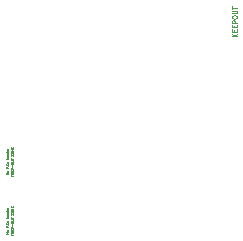
<source format=gbr>
%TF.GenerationSoftware,KiCad,Pcbnew,7.0.6-7.0.6~ubuntu23.04.1*%
%TF.CreationDate,2023-08-05T22:56:31-04:00*%
%TF.ProjectId,Koneko40Ortho,4b6f6e65-6b6f-4343-904f-7274686f2e6b,rev?*%
%TF.SameCoordinates,Original*%
%TF.FileFunction,Other,Comment*%
%FSLAX46Y46*%
G04 Gerber Fmt 4.6, Leading zero omitted, Abs format (unit mm)*
G04 Created by KiCad (PCBNEW 7.0.6-7.0.6~ubuntu23.04.1) date 2023-08-05 22:56:31*
%MOMM*%
%LPD*%
G01*
G04 APERTURE LIST*
%ADD10C,0.030000*%
%ADD11C,0.070000*%
G04 APERTURE END LIST*
D10*
X151973463Y-83416327D02*
X151773463Y-83416327D01*
X151773463Y-83416327D02*
X151973463Y-83302042D01*
X151973463Y-83302042D02*
X151773463Y-83302042D01*
X151973463Y-83178232D02*
X151963940Y-83197280D01*
X151963940Y-83197280D02*
X151954416Y-83206803D01*
X151954416Y-83206803D02*
X151935368Y-83216327D01*
X151935368Y-83216327D02*
X151878225Y-83216327D01*
X151878225Y-83216327D02*
X151859178Y-83206803D01*
X151859178Y-83206803D02*
X151849654Y-83197280D01*
X151849654Y-83197280D02*
X151840130Y-83178232D01*
X151840130Y-83178232D02*
X151840130Y-83149661D01*
X151840130Y-83149661D02*
X151849654Y-83130613D01*
X151849654Y-83130613D02*
X151859178Y-83121089D01*
X151859178Y-83121089D02*
X151878225Y-83111565D01*
X151878225Y-83111565D02*
X151935368Y-83111565D01*
X151935368Y-83111565D02*
X151954416Y-83121089D01*
X151954416Y-83121089D02*
X151963940Y-83130613D01*
X151963940Y-83130613D02*
X151973463Y-83149661D01*
X151973463Y-83149661D02*
X151973463Y-83178232D01*
X151868701Y-82806804D02*
X151868701Y-82873470D01*
X151973463Y-82873470D02*
X151773463Y-82873470D01*
X151773463Y-82873470D02*
X151773463Y-82778232D01*
X151954416Y-82702041D02*
X151963940Y-82692518D01*
X151963940Y-82692518D02*
X151973463Y-82702041D01*
X151973463Y-82702041D02*
X151963940Y-82711565D01*
X151963940Y-82711565D02*
X151954416Y-82702041D01*
X151954416Y-82702041D02*
X151973463Y-82702041D01*
X151954416Y-82492518D02*
X151963940Y-82502042D01*
X151963940Y-82502042D02*
X151973463Y-82530613D01*
X151973463Y-82530613D02*
X151973463Y-82549661D01*
X151973463Y-82549661D02*
X151963940Y-82578232D01*
X151963940Y-82578232D02*
X151944892Y-82597280D01*
X151944892Y-82597280D02*
X151925844Y-82606803D01*
X151925844Y-82606803D02*
X151887749Y-82616327D01*
X151887749Y-82616327D02*
X151859178Y-82616327D01*
X151859178Y-82616327D02*
X151821082Y-82606803D01*
X151821082Y-82606803D02*
X151802035Y-82597280D01*
X151802035Y-82597280D02*
X151782987Y-82578232D01*
X151782987Y-82578232D02*
X151773463Y-82549661D01*
X151773463Y-82549661D02*
X151773463Y-82530613D01*
X151773463Y-82530613D02*
X151782987Y-82502042D01*
X151782987Y-82502042D02*
X151792511Y-82492518D01*
X151840130Y-82321089D02*
X151973463Y-82321089D01*
X151840130Y-82406803D02*
X151944892Y-82406803D01*
X151944892Y-82406803D02*
X151963940Y-82397280D01*
X151963940Y-82397280D02*
X151973463Y-82378232D01*
X151973463Y-82378232D02*
X151973463Y-82349661D01*
X151973463Y-82349661D02*
X151963940Y-82330613D01*
X151963940Y-82330613D02*
X151954416Y-82321089D01*
X151840130Y-82102042D02*
X151840130Y-82025851D01*
X151773463Y-82073470D02*
X151944892Y-82073470D01*
X151944892Y-82073470D02*
X151963940Y-82063947D01*
X151963940Y-82063947D02*
X151973463Y-82044899D01*
X151973463Y-82044899D02*
X151973463Y-82025851D01*
X151973463Y-81959184D02*
X151840130Y-81959184D01*
X151878225Y-81959184D02*
X151859178Y-81949661D01*
X151859178Y-81949661D02*
X151849654Y-81940137D01*
X151849654Y-81940137D02*
X151840130Y-81921089D01*
X151840130Y-81921089D02*
X151840130Y-81902042D01*
X151973463Y-81749660D02*
X151868701Y-81749660D01*
X151868701Y-81749660D02*
X151849654Y-81759184D01*
X151849654Y-81759184D02*
X151840130Y-81778232D01*
X151840130Y-81778232D02*
X151840130Y-81816327D01*
X151840130Y-81816327D02*
X151849654Y-81835374D01*
X151963940Y-81749660D02*
X151973463Y-81768708D01*
X151973463Y-81768708D02*
X151973463Y-81816327D01*
X151973463Y-81816327D02*
X151963940Y-81835374D01*
X151963940Y-81835374D02*
X151944892Y-81844898D01*
X151944892Y-81844898D02*
X151925844Y-81844898D01*
X151925844Y-81844898D02*
X151906797Y-81835374D01*
X151906797Y-81835374D02*
X151897273Y-81816327D01*
X151897273Y-81816327D02*
X151897273Y-81768708D01*
X151897273Y-81768708D02*
X151887749Y-81749660D01*
X151963940Y-81568708D02*
X151973463Y-81587756D01*
X151973463Y-81587756D02*
X151973463Y-81625851D01*
X151973463Y-81625851D02*
X151963940Y-81644899D01*
X151963940Y-81644899D02*
X151954416Y-81654422D01*
X151954416Y-81654422D02*
X151935368Y-81663946D01*
X151935368Y-81663946D02*
X151878225Y-81663946D01*
X151878225Y-81663946D02*
X151859178Y-81654422D01*
X151859178Y-81654422D02*
X151849654Y-81644899D01*
X151849654Y-81644899D02*
X151840130Y-81625851D01*
X151840130Y-81625851D02*
X151840130Y-81587756D01*
X151840130Y-81587756D02*
X151849654Y-81568708D01*
X151973463Y-81482993D02*
X151773463Y-81482993D01*
X151897273Y-81463946D02*
X151973463Y-81406803D01*
X151840130Y-81406803D02*
X151916320Y-81482993D01*
X151963940Y-81330612D02*
X151973463Y-81311565D01*
X151973463Y-81311565D02*
X151973463Y-81273469D01*
X151973463Y-81273469D02*
X151963940Y-81254422D01*
X151963940Y-81254422D02*
X151944892Y-81244898D01*
X151944892Y-81244898D02*
X151935368Y-81244898D01*
X151935368Y-81244898D02*
X151916320Y-81254422D01*
X151916320Y-81254422D02*
X151906797Y-81273469D01*
X151906797Y-81273469D02*
X151906797Y-81302041D01*
X151906797Y-81302041D02*
X151897273Y-81321088D01*
X151897273Y-81321088D02*
X151878225Y-81330612D01*
X151878225Y-81330612D02*
X151868701Y-81330612D01*
X151868701Y-81330612D02*
X151849654Y-81321088D01*
X151849654Y-81321088D02*
X151840130Y-81302041D01*
X151840130Y-81302041D02*
X151840130Y-81273469D01*
X151840130Y-81273469D02*
X151849654Y-81254422D01*
X152373463Y-83549659D02*
X152173463Y-83549659D01*
X152373463Y-83435374D02*
X152259178Y-83521088D01*
X152173463Y-83435374D02*
X152287749Y-83549659D01*
X152268701Y-83349659D02*
X152268701Y-83282993D01*
X152373463Y-83254421D02*
X152373463Y-83349659D01*
X152373463Y-83349659D02*
X152173463Y-83349659D01*
X152173463Y-83349659D02*
X152173463Y-83254421D01*
X152268701Y-83168707D02*
X152268701Y-83102041D01*
X152373463Y-83073469D02*
X152373463Y-83168707D01*
X152373463Y-83168707D02*
X152173463Y-83168707D01*
X152173463Y-83168707D02*
X152173463Y-83073469D01*
X152373463Y-82987755D02*
X152173463Y-82987755D01*
X152173463Y-82987755D02*
X152173463Y-82911565D01*
X152173463Y-82911565D02*
X152182987Y-82892517D01*
X152182987Y-82892517D02*
X152192511Y-82882994D01*
X152192511Y-82882994D02*
X152211559Y-82873470D01*
X152211559Y-82873470D02*
X152240130Y-82873470D01*
X152240130Y-82873470D02*
X152259178Y-82882994D01*
X152259178Y-82882994D02*
X152268701Y-82892517D01*
X152268701Y-82892517D02*
X152278225Y-82911565D01*
X152278225Y-82911565D02*
X152278225Y-82987755D01*
X152297273Y-82787755D02*
X152297273Y-82635375D01*
X152173463Y-82502041D02*
X152173463Y-82463946D01*
X152173463Y-82463946D02*
X152182987Y-82444898D01*
X152182987Y-82444898D02*
X152202035Y-82425851D01*
X152202035Y-82425851D02*
X152240130Y-82416327D01*
X152240130Y-82416327D02*
X152306797Y-82416327D01*
X152306797Y-82416327D02*
X152344892Y-82425851D01*
X152344892Y-82425851D02*
X152363940Y-82444898D01*
X152363940Y-82444898D02*
X152373463Y-82463946D01*
X152373463Y-82463946D02*
X152373463Y-82502041D01*
X152373463Y-82502041D02*
X152363940Y-82521089D01*
X152363940Y-82521089D02*
X152344892Y-82540136D01*
X152344892Y-82540136D02*
X152306797Y-82549660D01*
X152306797Y-82549660D02*
X152240130Y-82549660D01*
X152240130Y-82549660D02*
X152202035Y-82540136D01*
X152202035Y-82540136D02*
X152182987Y-82521089D01*
X152182987Y-82521089D02*
X152173463Y-82502041D01*
X152173463Y-82330612D02*
X152335368Y-82330612D01*
X152335368Y-82330612D02*
X152354416Y-82321089D01*
X152354416Y-82321089D02*
X152363940Y-82311565D01*
X152363940Y-82311565D02*
X152373463Y-82292517D01*
X152373463Y-82292517D02*
X152373463Y-82254422D01*
X152373463Y-82254422D02*
X152363940Y-82235374D01*
X152363940Y-82235374D02*
X152354416Y-82225851D01*
X152354416Y-82225851D02*
X152335368Y-82216327D01*
X152335368Y-82216327D02*
X152173463Y-82216327D01*
X152173463Y-82149660D02*
X152173463Y-82035374D01*
X152373463Y-82092517D02*
X152173463Y-82092517D01*
X152173463Y-81835374D02*
X152173463Y-81702041D01*
X152173463Y-81702041D02*
X152373463Y-81835374D01*
X152373463Y-81835374D02*
X152373463Y-81702041D01*
X152173463Y-81587755D02*
X152173463Y-81549660D01*
X152173463Y-81549660D02*
X152182987Y-81530612D01*
X152182987Y-81530612D02*
X152202035Y-81511565D01*
X152202035Y-81511565D02*
X152240130Y-81502041D01*
X152240130Y-81502041D02*
X152306797Y-81502041D01*
X152306797Y-81502041D02*
X152344892Y-81511565D01*
X152344892Y-81511565D02*
X152363940Y-81530612D01*
X152363940Y-81530612D02*
X152373463Y-81549660D01*
X152373463Y-81549660D02*
X152373463Y-81587755D01*
X152373463Y-81587755D02*
X152363940Y-81606803D01*
X152363940Y-81606803D02*
X152344892Y-81625850D01*
X152344892Y-81625850D02*
X152306797Y-81635374D01*
X152306797Y-81635374D02*
X152240130Y-81635374D01*
X152240130Y-81635374D02*
X152202035Y-81625850D01*
X152202035Y-81625850D02*
X152182987Y-81606803D01*
X152182987Y-81606803D02*
X152173463Y-81587755D01*
X152373463Y-81416326D02*
X152173463Y-81416326D01*
X152173463Y-81416326D02*
X152373463Y-81302041D01*
X152373463Y-81302041D02*
X152173463Y-81302041D01*
X152268701Y-81206802D02*
X152268701Y-81140136D01*
X152373463Y-81111564D02*
X152373463Y-81206802D01*
X152373463Y-81206802D02*
X152173463Y-81206802D01*
X152173463Y-81206802D02*
X152173463Y-81111564D01*
X151973463Y-78416327D02*
X151773463Y-78416327D01*
X151773463Y-78416327D02*
X151973463Y-78302042D01*
X151973463Y-78302042D02*
X151773463Y-78302042D01*
X151973463Y-78178232D02*
X151963940Y-78197280D01*
X151963940Y-78197280D02*
X151954416Y-78206803D01*
X151954416Y-78206803D02*
X151935368Y-78216327D01*
X151935368Y-78216327D02*
X151878225Y-78216327D01*
X151878225Y-78216327D02*
X151859178Y-78206803D01*
X151859178Y-78206803D02*
X151849654Y-78197280D01*
X151849654Y-78197280D02*
X151840130Y-78178232D01*
X151840130Y-78178232D02*
X151840130Y-78149661D01*
X151840130Y-78149661D02*
X151849654Y-78130613D01*
X151849654Y-78130613D02*
X151859178Y-78121089D01*
X151859178Y-78121089D02*
X151878225Y-78111565D01*
X151878225Y-78111565D02*
X151935368Y-78111565D01*
X151935368Y-78111565D02*
X151954416Y-78121089D01*
X151954416Y-78121089D02*
X151963940Y-78130613D01*
X151963940Y-78130613D02*
X151973463Y-78149661D01*
X151973463Y-78149661D02*
X151973463Y-78178232D01*
X151868701Y-77806804D02*
X151868701Y-77873470D01*
X151973463Y-77873470D02*
X151773463Y-77873470D01*
X151773463Y-77873470D02*
X151773463Y-77778232D01*
X151954416Y-77702041D02*
X151963940Y-77692518D01*
X151963940Y-77692518D02*
X151973463Y-77702041D01*
X151973463Y-77702041D02*
X151963940Y-77711565D01*
X151963940Y-77711565D02*
X151954416Y-77702041D01*
X151954416Y-77702041D02*
X151973463Y-77702041D01*
X151954416Y-77492518D02*
X151963940Y-77502042D01*
X151963940Y-77502042D02*
X151973463Y-77530613D01*
X151973463Y-77530613D02*
X151973463Y-77549661D01*
X151973463Y-77549661D02*
X151963940Y-77578232D01*
X151963940Y-77578232D02*
X151944892Y-77597280D01*
X151944892Y-77597280D02*
X151925844Y-77606803D01*
X151925844Y-77606803D02*
X151887749Y-77616327D01*
X151887749Y-77616327D02*
X151859178Y-77616327D01*
X151859178Y-77616327D02*
X151821082Y-77606803D01*
X151821082Y-77606803D02*
X151802035Y-77597280D01*
X151802035Y-77597280D02*
X151782987Y-77578232D01*
X151782987Y-77578232D02*
X151773463Y-77549661D01*
X151773463Y-77549661D02*
X151773463Y-77530613D01*
X151773463Y-77530613D02*
X151782987Y-77502042D01*
X151782987Y-77502042D02*
X151792511Y-77492518D01*
X151840130Y-77321089D02*
X151973463Y-77321089D01*
X151840130Y-77406803D02*
X151944892Y-77406803D01*
X151944892Y-77406803D02*
X151963940Y-77397280D01*
X151963940Y-77397280D02*
X151973463Y-77378232D01*
X151973463Y-77378232D02*
X151973463Y-77349661D01*
X151973463Y-77349661D02*
X151963940Y-77330613D01*
X151963940Y-77330613D02*
X151954416Y-77321089D01*
X151840130Y-77102042D02*
X151840130Y-77025851D01*
X151773463Y-77073470D02*
X151944892Y-77073470D01*
X151944892Y-77073470D02*
X151963940Y-77063947D01*
X151963940Y-77063947D02*
X151973463Y-77044899D01*
X151973463Y-77044899D02*
X151973463Y-77025851D01*
X151973463Y-76959184D02*
X151840130Y-76959184D01*
X151878225Y-76959184D02*
X151859178Y-76949661D01*
X151859178Y-76949661D02*
X151849654Y-76940137D01*
X151849654Y-76940137D02*
X151840130Y-76921089D01*
X151840130Y-76921089D02*
X151840130Y-76902042D01*
X151973463Y-76749660D02*
X151868701Y-76749660D01*
X151868701Y-76749660D02*
X151849654Y-76759184D01*
X151849654Y-76759184D02*
X151840130Y-76778232D01*
X151840130Y-76778232D02*
X151840130Y-76816327D01*
X151840130Y-76816327D02*
X151849654Y-76835374D01*
X151963940Y-76749660D02*
X151973463Y-76768708D01*
X151973463Y-76768708D02*
X151973463Y-76816327D01*
X151973463Y-76816327D02*
X151963940Y-76835374D01*
X151963940Y-76835374D02*
X151944892Y-76844898D01*
X151944892Y-76844898D02*
X151925844Y-76844898D01*
X151925844Y-76844898D02*
X151906797Y-76835374D01*
X151906797Y-76835374D02*
X151897273Y-76816327D01*
X151897273Y-76816327D02*
X151897273Y-76768708D01*
X151897273Y-76768708D02*
X151887749Y-76749660D01*
X151963940Y-76568708D02*
X151973463Y-76587756D01*
X151973463Y-76587756D02*
X151973463Y-76625851D01*
X151973463Y-76625851D02*
X151963940Y-76644899D01*
X151963940Y-76644899D02*
X151954416Y-76654422D01*
X151954416Y-76654422D02*
X151935368Y-76663946D01*
X151935368Y-76663946D02*
X151878225Y-76663946D01*
X151878225Y-76663946D02*
X151859178Y-76654422D01*
X151859178Y-76654422D02*
X151849654Y-76644899D01*
X151849654Y-76644899D02*
X151840130Y-76625851D01*
X151840130Y-76625851D02*
X151840130Y-76587756D01*
X151840130Y-76587756D02*
X151849654Y-76568708D01*
X151973463Y-76482993D02*
X151773463Y-76482993D01*
X151897273Y-76463946D02*
X151973463Y-76406803D01*
X151840130Y-76406803D02*
X151916320Y-76482993D01*
X151963940Y-76330612D02*
X151973463Y-76311565D01*
X151973463Y-76311565D02*
X151973463Y-76273469D01*
X151973463Y-76273469D02*
X151963940Y-76254422D01*
X151963940Y-76254422D02*
X151944892Y-76244898D01*
X151944892Y-76244898D02*
X151935368Y-76244898D01*
X151935368Y-76244898D02*
X151916320Y-76254422D01*
X151916320Y-76254422D02*
X151906797Y-76273469D01*
X151906797Y-76273469D02*
X151906797Y-76302041D01*
X151906797Y-76302041D02*
X151897273Y-76321088D01*
X151897273Y-76321088D02*
X151878225Y-76330612D01*
X151878225Y-76330612D02*
X151868701Y-76330612D01*
X151868701Y-76330612D02*
X151849654Y-76321088D01*
X151849654Y-76321088D02*
X151840130Y-76302041D01*
X151840130Y-76302041D02*
X151840130Y-76273469D01*
X151840130Y-76273469D02*
X151849654Y-76254422D01*
X152373463Y-78549659D02*
X152173463Y-78549659D01*
X152373463Y-78435374D02*
X152259178Y-78521088D01*
X152173463Y-78435374D02*
X152287749Y-78549659D01*
X152268701Y-78349659D02*
X152268701Y-78282993D01*
X152373463Y-78254421D02*
X152373463Y-78349659D01*
X152373463Y-78349659D02*
X152173463Y-78349659D01*
X152173463Y-78349659D02*
X152173463Y-78254421D01*
X152268701Y-78168707D02*
X152268701Y-78102041D01*
X152373463Y-78073469D02*
X152373463Y-78168707D01*
X152373463Y-78168707D02*
X152173463Y-78168707D01*
X152173463Y-78168707D02*
X152173463Y-78073469D01*
X152373463Y-77987755D02*
X152173463Y-77987755D01*
X152173463Y-77987755D02*
X152173463Y-77911565D01*
X152173463Y-77911565D02*
X152182987Y-77892517D01*
X152182987Y-77892517D02*
X152192511Y-77882994D01*
X152192511Y-77882994D02*
X152211559Y-77873470D01*
X152211559Y-77873470D02*
X152240130Y-77873470D01*
X152240130Y-77873470D02*
X152259178Y-77882994D01*
X152259178Y-77882994D02*
X152268701Y-77892517D01*
X152268701Y-77892517D02*
X152278225Y-77911565D01*
X152278225Y-77911565D02*
X152278225Y-77987755D01*
X152297273Y-77787755D02*
X152297273Y-77635375D01*
X152173463Y-77502041D02*
X152173463Y-77463946D01*
X152173463Y-77463946D02*
X152182987Y-77444898D01*
X152182987Y-77444898D02*
X152202035Y-77425851D01*
X152202035Y-77425851D02*
X152240130Y-77416327D01*
X152240130Y-77416327D02*
X152306797Y-77416327D01*
X152306797Y-77416327D02*
X152344892Y-77425851D01*
X152344892Y-77425851D02*
X152363940Y-77444898D01*
X152363940Y-77444898D02*
X152373463Y-77463946D01*
X152373463Y-77463946D02*
X152373463Y-77502041D01*
X152373463Y-77502041D02*
X152363940Y-77521089D01*
X152363940Y-77521089D02*
X152344892Y-77540136D01*
X152344892Y-77540136D02*
X152306797Y-77549660D01*
X152306797Y-77549660D02*
X152240130Y-77549660D01*
X152240130Y-77549660D02*
X152202035Y-77540136D01*
X152202035Y-77540136D02*
X152182987Y-77521089D01*
X152182987Y-77521089D02*
X152173463Y-77502041D01*
X152173463Y-77330612D02*
X152335368Y-77330612D01*
X152335368Y-77330612D02*
X152354416Y-77321089D01*
X152354416Y-77321089D02*
X152363940Y-77311565D01*
X152363940Y-77311565D02*
X152373463Y-77292517D01*
X152373463Y-77292517D02*
X152373463Y-77254422D01*
X152373463Y-77254422D02*
X152363940Y-77235374D01*
X152363940Y-77235374D02*
X152354416Y-77225851D01*
X152354416Y-77225851D02*
X152335368Y-77216327D01*
X152335368Y-77216327D02*
X152173463Y-77216327D01*
X152173463Y-77149660D02*
X152173463Y-77035374D01*
X152373463Y-77092517D02*
X152173463Y-77092517D01*
X152173463Y-76835374D02*
X152173463Y-76702041D01*
X152173463Y-76702041D02*
X152373463Y-76835374D01*
X152373463Y-76835374D02*
X152373463Y-76702041D01*
X152173463Y-76587755D02*
X152173463Y-76549660D01*
X152173463Y-76549660D02*
X152182987Y-76530612D01*
X152182987Y-76530612D02*
X152202035Y-76511565D01*
X152202035Y-76511565D02*
X152240130Y-76502041D01*
X152240130Y-76502041D02*
X152306797Y-76502041D01*
X152306797Y-76502041D02*
X152344892Y-76511565D01*
X152344892Y-76511565D02*
X152363940Y-76530612D01*
X152363940Y-76530612D02*
X152373463Y-76549660D01*
X152373463Y-76549660D02*
X152373463Y-76587755D01*
X152373463Y-76587755D02*
X152363940Y-76606803D01*
X152363940Y-76606803D02*
X152344892Y-76625850D01*
X152344892Y-76625850D02*
X152306797Y-76635374D01*
X152306797Y-76635374D02*
X152240130Y-76635374D01*
X152240130Y-76635374D02*
X152202035Y-76625850D01*
X152202035Y-76625850D02*
X152182987Y-76606803D01*
X152182987Y-76606803D02*
X152173463Y-76587755D01*
X152373463Y-76416326D02*
X152173463Y-76416326D01*
X152173463Y-76416326D02*
X152373463Y-76302041D01*
X152373463Y-76302041D02*
X152173463Y-76302041D01*
X152268701Y-76206802D02*
X152268701Y-76140136D01*
X152373463Y-76111564D02*
X152373463Y-76206802D01*
X152373463Y-76206802D02*
X152173463Y-76206802D01*
X152173463Y-76206802D02*
X152173463Y-76111564D01*
D11*
X171313907Y-66722470D02*
X170913907Y-66722470D01*
X171313907Y-66493899D02*
X171085336Y-66665328D01*
X170913907Y-66493899D02*
X171142479Y-66722470D01*
X171104383Y-66322470D02*
X171104383Y-66189137D01*
X171313907Y-66131994D02*
X171313907Y-66322470D01*
X171313907Y-66322470D02*
X170913907Y-66322470D01*
X170913907Y-66322470D02*
X170913907Y-66131994D01*
X171104383Y-65960565D02*
X171104383Y-65827232D01*
X171313907Y-65770089D02*
X171313907Y-65960565D01*
X171313907Y-65960565D02*
X170913907Y-65960565D01*
X170913907Y-65960565D02*
X170913907Y-65770089D01*
X171313907Y-65598660D02*
X170913907Y-65598660D01*
X170913907Y-65598660D02*
X170913907Y-65446279D01*
X170913907Y-65446279D02*
X170932955Y-65408184D01*
X170932955Y-65408184D02*
X170952002Y-65389137D01*
X170952002Y-65389137D02*
X170990098Y-65370089D01*
X170990098Y-65370089D02*
X171047240Y-65370089D01*
X171047240Y-65370089D02*
X171085336Y-65389137D01*
X171085336Y-65389137D02*
X171104383Y-65408184D01*
X171104383Y-65408184D02*
X171123431Y-65446279D01*
X171123431Y-65446279D02*
X171123431Y-65598660D01*
X170913907Y-65122470D02*
X170913907Y-65046279D01*
X170913907Y-65046279D02*
X170932955Y-65008184D01*
X170932955Y-65008184D02*
X170971050Y-64970089D01*
X170971050Y-64970089D02*
X171047240Y-64951041D01*
X171047240Y-64951041D02*
X171180574Y-64951041D01*
X171180574Y-64951041D02*
X171256764Y-64970089D01*
X171256764Y-64970089D02*
X171294860Y-65008184D01*
X171294860Y-65008184D02*
X171313907Y-65046279D01*
X171313907Y-65046279D02*
X171313907Y-65122470D01*
X171313907Y-65122470D02*
X171294860Y-65160565D01*
X171294860Y-65160565D02*
X171256764Y-65198660D01*
X171256764Y-65198660D02*
X171180574Y-65217708D01*
X171180574Y-65217708D02*
X171047240Y-65217708D01*
X171047240Y-65217708D02*
X170971050Y-65198660D01*
X170971050Y-65198660D02*
X170932955Y-65160565D01*
X170932955Y-65160565D02*
X170913907Y-65122470D01*
X170913907Y-64779612D02*
X171237717Y-64779612D01*
X171237717Y-64779612D02*
X171275812Y-64760565D01*
X171275812Y-64760565D02*
X171294860Y-64741517D01*
X171294860Y-64741517D02*
X171313907Y-64703422D01*
X171313907Y-64703422D02*
X171313907Y-64627231D01*
X171313907Y-64627231D02*
X171294860Y-64589136D01*
X171294860Y-64589136D02*
X171275812Y-64570089D01*
X171275812Y-64570089D02*
X171237717Y-64551041D01*
X171237717Y-64551041D02*
X170913907Y-64551041D01*
X170913907Y-64417707D02*
X170913907Y-64189136D01*
X171313907Y-64303422D02*
X170913907Y-64303422D01*
M02*

</source>
